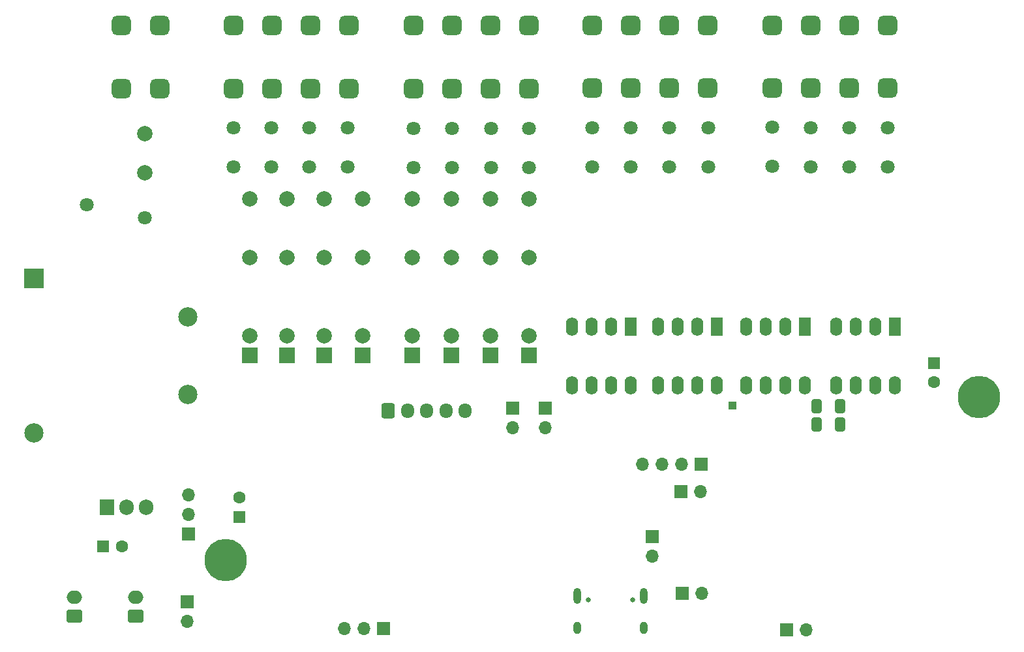
<source format=gbr>
%TF.GenerationSoftware,KiCad,Pcbnew,8.0.4*%
%TF.CreationDate,2024-08-24T15:41:42+02:00*%
%TF.ProjectId,hamodule,68616d6f-6475-46c6-952e-6b696361645f,20240821.23.8*%
%TF.SameCoordinates,Original*%
%TF.FileFunction,Soldermask,Bot*%
%TF.FilePolarity,Negative*%
%FSLAX46Y46*%
G04 Gerber Fmt 4.6, Leading zero omitted, Abs format (unit mm)*
G04 Created by KiCad (PCBNEW 8.0.4) date 2024-08-24 15:41:42*
%MOMM*%
%LPD*%
G01*
G04 APERTURE LIST*
G04 Aperture macros list*
%AMRoundRect*
0 Rectangle with rounded corners*
0 $1 Rounding radius*
0 $2 $3 $4 $5 $6 $7 $8 $9 X,Y pos of 4 corners*
0 Add a 4 corners polygon primitive as box body*
4,1,4,$2,$3,$4,$5,$6,$7,$8,$9,$2,$3,0*
0 Add four circle primitives for the rounded corners*
1,1,$1+$1,$2,$3*
1,1,$1+$1,$4,$5*
1,1,$1+$1,$6,$7*
1,1,$1+$1,$8,$9*
0 Add four rect primitives between the rounded corners*
20,1,$1+$1,$2,$3,$4,$5,0*
20,1,$1+$1,$4,$5,$6,$7,0*
20,1,$1+$1,$6,$7,$8,$9,0*
20,1,$1+$1,$8,$9,$2,$3,0*%
G04 Aperture macros list end*
%ADD10R,1.700000X1.700000*%
%ADD11O,1.700000X1.700000*%
%ADD12C,1.800000*%
%ADD13RoundRect,0.250000X0.750000X-0.600000X0.750000X0.600000X-0.750000X0.600000X-0.750000X-0.600000X0*%
%ADD14O,2.000000X1.700000*%
%ADD15R,2.500000X2.500000*%
%ADD16C,2.500000*%
%ADD17R,1.905000X2.000000*%
%ADD18O,1.905000X2.000000*%
%ADD19RoundRect,0.625000X0.625000X0.625000X-0.625000X0.625000X-0.625000X-0.625000X0.625000X-0.625000X0*%
%ADD20C,2.000000*%
%ADD21R,1.600000X2.400000*%
%ADD22O,1.600000X2.400000*%
%ADD23R,1.600000X1.600000*%
%ADD24C,1.600000*%
%ADD25R,2.000000X2.000000*%
%ADD26R,1.000000X1.000000*%
%ADD27C,0.650000*%
%ADD28O,1.000000X2.100000*%
%ADD29O,1.000000X1.600000*%
%ADD30RoundRect,0.250000X-0.600000X-0.725000X0.600000X-0.725000X0.600000X0.725000X-0.600000X0.725000X0*%
%ADD31O,1.700000X1.950000*%
%ADD32C,5.500000*%
%ADD33RoundRect,0.250000X0.412500X0.650000X-0.412500X0.650000X-0.412500X-0.650000X0.412500X-0.650000X0*%
G04 APERTURE END LIST*
D10*
%TO.C,J5*%
X23674000Y5448400D03*
D11*
X23674000Y2908400D03*
%TD*%
D12*
%TO.C,RV1*%
X10626400Y57005330D03*
X18126400Y55372000D03*
%TD*%
D13*
%TO.C,J1*%
X16963300Y3568700D03*
D14*
X16963300Y6068700D03*
%TD*%
D15*
%TO.C,PS1*%
X3780000Y47421800D03*
D16*
X3780000Y27421800D03*
X23780000Y32421800D03*
X23780000Y42421800D03*
%TD*%
D17*
%TO.C,U1*%
X13242700Y17729200D03*
D18*
X15782700Y17729200D03*
X18322700Y17729200D03*
%TD*%
D19*
%TO.C,J15*%
X44691800Y72136000D03*
X44691800Y80335999D03*
X39691800Y72136000D03*
X39691800Y80335999D03*
X34691800Y72136000D03*
X34691800Y80335999D03*
X29691800Y72136000D03*
X29691800Y80335999D03*
%TD*%
%TO.C,J2*%
X20144000Y72112401D03*
X20144000Y80312400D03*
X15144000Y72112401D03*
X15144000Y80312400D03*
%TD*%
%TO.C,J7*%
X91264000Y72140201D03*
X91264000Y80340200D03*
X86264000Y72140201D03*
X86264000Y80340200D03*
X81264000Y72140201D03*
X81264000Y80340200D03*
X76264000Y72140201D03*
X76264000Y80340200D03*
%TD*%
D20*
%TO.C,F1*%
X18161000Y66243200D03*
X18151000Y61163200D03*
%TD*%
D21*
%TO.C,U4*%
X115513178Y41232282D03*
D22*
X112973178Y41232282D03*
X110433178Y41232282D03*
X107893178Y41232282D03*
X107893178Y33612282D03*
X110433178Y33612282D03*
X112973178Y33612282D03*
X115513178Y33612282D03*
%TD*%
D21*
%TO.C,U7*%
X81205300Y41228800D03*
D22*
X78665300Y41228800D03*
X76125300Y41228800D03*
X73585300Y41228800D03*
X73585300Y33608800D03*
X76125300Y33608800D03*
X78665300Y33608800D03*
X81205300Y33608800D03*
%TD*%
D21*
%TO.C,U6*%
X92381300Y41228800D03*
D22*
X89841300Y41228800D03*
X87301300Y41228800D03*
X84761300Y41228800D03*
X84761300Y33608800D03*
X87301300Y33608800D03*
X89841300Y33608800D03*
X92381300Y33608800D03*
%TD*%
D13*
%TO.C,J4*%
X9038500Y3568700D03*
D14*
X9038500Y6068700D03*
%TD*%
D10*
%TO.C,J10*%
X101429402Y1808701D03*
D11*
X103969402Y1808701D03*
%TD*%
D10*
%TO.C,J19*%
X70124000Y30608400D03*
D11*
X70124000Y28068400D03*
%TD*%
D23*
%TO.C,C19*%
X120624000Y36468400D03*
D24*
X120624000Y33968400D03*
%TD*%
D10*
%TO.C,J14*%
X90364000Y23368400D03*
D11*
X87824000Y23368400D03*
X85284000Y23368400D03*
X82744000Y23368400D03*
%TD*%
D19*
%TO.C,J6*%
X114621702Y72140201D03*
X114621702Y80340200D03*
X109621702Y72140201D03*
X109621702Y80340200D03*
X104621702Y72140201D03*
X104621702Y80340200D03*
X99621702Y72140201D03*
X99621702Y80340200D03*
%TD*%
%TO.C,J16*%
X68059800Y72136000D03*
X68059800Y80335999D03*
X63059800Y72136000D03*
X63059800Y80335999D03*
X58059800Y72136000D03*
X58059800Y80335999D03*
X53059800Y72136000D03*
X53059800Y80335999D03*
%TD*%
D12*
%TO.C,F15*%
X58026800Y61849000D03*
X58026800Y66929000D03*
%TD*%
D25*
%TO.C,K5*%
X52911000Y37424500D03*
D20*
X52911000Y39964500D03*
X52911000Y50124500D03*
X52911000Y57744500D03*
%TD*%
D10*
%TO.C,J12*%
X87724000Y19768400D03*
D11*
X90264000Y19768400D03*
%TD*%
D12*
%TO.C,F4*%
X81228000Y61952500D03*
X81228000Y67032500D03*
%TD*%
D23*
%TO.C,C18*%
X30424000Y16486020D03*
D24*
X30424000Y18986020D03*
%TD*%
D25*
%TO.C,K6*%
X57991000Y37424500D03*
D20*
X57991000Y39964500D03*
X57991000Y50124500D03*
X57991000Y57744500D03*
%TD*%
D12*
%TO.C,F2*%
X91286400Y61952500D03*
X91286400Y67032500D03*
%TD*%
D10*
%TO.C,J17*%
X65924000Y30608400D03*
D11*
X65924000Y28068400D03*
%TD*%
D10*
%TO.C,J13*%
X84039402Y13923701D03*
D11*
X84039402Y11383701D03*
%TD*%
D12*
%TO.C,F7*%
X109626400Y61950600D03*
X109626400Y67030600D03*
%TD*%
D10*
%TO.C,J11*%
X87929800Y6578600D03*
D11*
X90469800Y6578600D03*
%TD*%
D26*
%TO.C,TP1*%
X94424000Y30968400D03*
%TD*%
D12*
%TO.C,F8*%
X104621800Y61950600D03*
X104621800Y67030600D03*
%TD*%
%TO.C,F13*%
X44532300Y61935500D03*
X44532300Y67015500D03*
%TD*%
D21*
%TO.C,U5*%
X103829178Y41232282D03*
D22*
X101289178Y41232282D03*
X98749178Y41232282D03*
X96209178Y41232282D03*
X96209178Y33612282D03*
X98749178Y33612282D03*
X101289178Y33612282D03*
X103829178Y33612282D03*
%TD*%
D10*
%TO.C,J8*%
X49116800Y1966700D03*
D11*
X46576800Y1966700D03*
X44036800Y1966700D03*
%TD*%
D12*
%TO.C,F14*%
X53073800Y61849000D03*
X53073800Y66929000D03*
%TD*%
D27*
%TO.C,J3*%
X75715402Y5692801D03*
X81495402Y5692801D03*
D28*
X74285402Y6222801D03*
D29*
X74285402Y2042801D03*
D28*
X82925402Y6222801D03*
D29*
X82925402Y2042801D03*
%TD*%
D30*
%TO.C,J9*%
X49762400Y30243000D03*
D31*
X52262400Y30243000D03*
X54762400Y30243000D03*
X57262400Y30243000D03*
X59762400Y30243000D03*
%TD*%
D10*
%TO.C,SW1*%
X23834000Y14298400D03*
D11*
X23834000Y16838400D03*
X23834000Y19378400D03*
%TD*%
D12*
%TO.C,F6*%
X114604800Y61950600D03*
X114604800Y67030600D03*
%TD*%
%TO.C,F3*%
X86257200Y61952500D03*
X86257200Y67032500D03*
%TD*%
%TO.C,F16*%
X63106800Y61849000D03*
X63106800Y66929000D03*
%TD*%
D32*
%TO.C,H5*%
X28664000Y10858400D03*
%TD*%
D25*
%TO.C,K1*%
X31818300Y37424500D03*
D20*
X31818300Y39964500D03*
X31818300Y50124500D03*
X31818300Y57744500D03*
%TD*%
D25*
%TO.C,K2*%
X36644300Y37424500D03*
D20*
X36644300Y39964500D03*
X36644300Y50124500D03*
X36644300Y57744500D03*
%TD*%
D12*
%TO.C,F11*%
X34612300Y61935500D03*
X34612300Y67015500D03*
%TD*%
D25*
%TO.C,K4*%
X46423300Y37424500D03*
D20*
X46423300Y39964500D03*
X46423300Y50124500D03*
X46423300Y57744500D03*
%TD*%
D25*
%TO.C,K7*%
X63071000Y37424500D03*
D20*
X63071000Y39964500D03*
X63071000Y50124500D03*
X63071000Y57744500D03*
%TD*%
D25*
%TO.C,K8*%
X68024000Y37424500D03*
D20*
X68024000Y39964500D03*
X68024000Y50124500D03*
X68024000Y57744500D03*
%TD*%
D25*
%TO.C,K3*%
X41470300Y37424500D03*
D20*
X41470300Y39964500D03*
X41470300Y50124500D03*
X41470300Y57744500D03*
%TD*%
D32*
%TO.C,H4*%
X126424000Y32080200D03*
%TD*%
D23*
%TO.C,C12*%
X12734700Y12649200D03*
D24*
X15234700Y12649200D03*
%TD*%
D12*
%TO.C,F9*%
X99621800Y61980000D03*
X99621800Y67060000D03*
%TD*%
%TO.C,F5*%
X76249600Y61952500D03*
X76249600Y67032500D03*
%TD*%
%TO.C,F17*%
X68059800Y61849000D03*
X68059800Y66929000D03*
%TD*%
%TO.C,F10*%
X29659300Y61935500D03*
X29659300Y67015500D03*
%TD*%
%TO.C,F12*%
X39532300Y61935500D03*
X39532300Y67015500D03*
%TD*%
D33*
%TO.C,C2*%
X108449000Y30868400D03*
X105324000Y30868400D03*
%TD*%
%TO.C,C1*%
X108449000Y28468400D03*
X105324000Y28468400D03*
%TD*%
M02*

</source>
